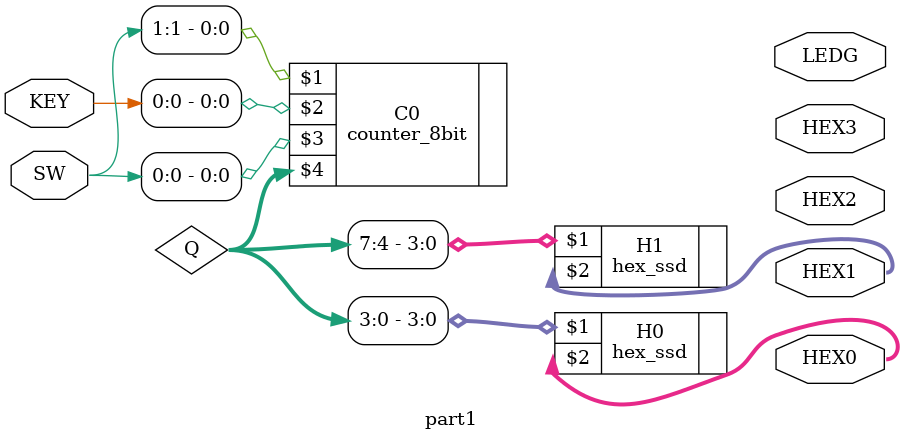
<source format=v>
module part1 (SW, KEY, LEDG, HEX3, HEX2, HEX1, HEX0);

	input [3:0] SW;
	input [3:0] KEY;
	output [7:0] LEDG;
	output [0:6] HEX3, HEX2, HEX1, HEX0;
	
	wire [7:0] Q;
	wire [3:0] Q2;
	
	counter_8bit C0 (SW[1], KEY[0], SW[0], Q);
	
	hex_ssd H0 (Q[3:0], HEX0);
	hex_ssd H1 (Q[7:4], HEX1);
	
endmodule 
	
	
</source>
